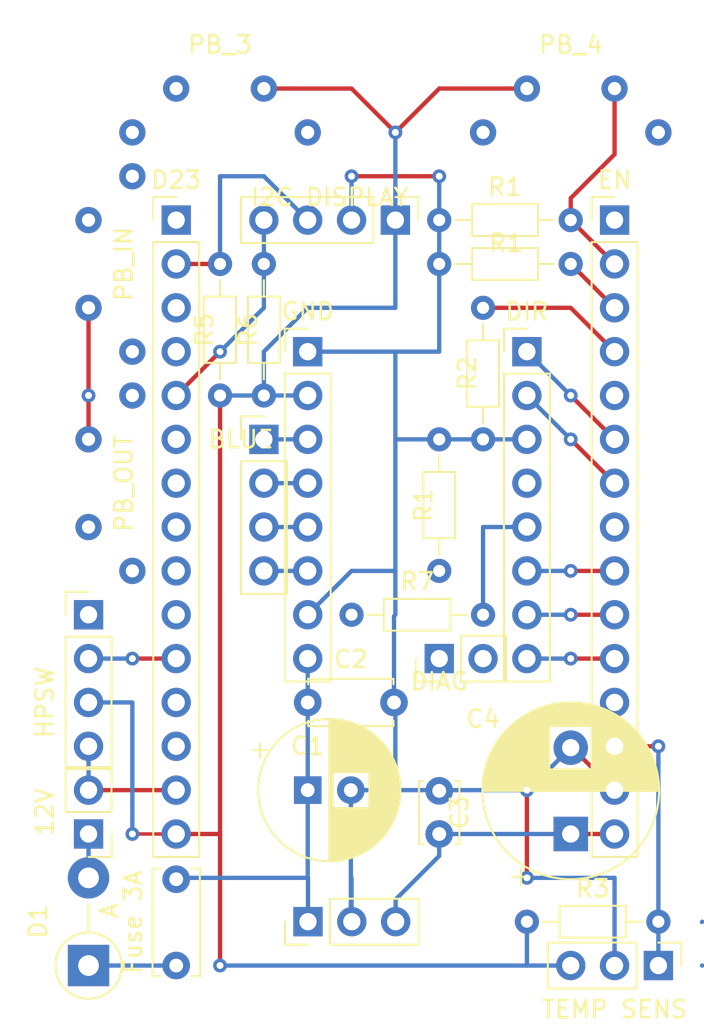
<source format=kicad_pcb>
(kicad_pcb (version 20211014) (generator pcbnew)
  (layers (0 "F.Cu" signal) (31 "B.Cu" signal) (34 "B.Paste" user) (35 "F.Paste" user) (36 "B.SilkS" user "B.Silkscreen") (37 "F.SilkS" user "F.Silkscreen") (38 "B.Mask" user) (39 "F.Mask" user) (44 "Edge.Cuts" user))
  (net 0 "")
  (footprint "Connector_PinHeader_2.54mm:PinHeader_1x04_P2.54mm_Vertical" (layer "F.Cu") (at 106.68 63.5)
    (fp_text reference "BLUE" (at -1.33 0) (layer "F.SilkS"))
    (fp_text value "M")
    (pad "1" thru_hole rect locked (at 0 0) (size 1.7 1.7) (drill 1) (layers *.Cu *.Mask))
    (pad "2" thru_hole oval locked (at 0 2.54) (size 1.7 1.7) (drill 1) (layers *.Cu *.Mask))
    (pad "3" thru_hole oval locked (at 0 5.08) (size 1.7 1.7) (drill 1) (layers *.Cu *.Mask))
    (pad "4" thru_hole oval locked (at 0 7.62) (size 1.7 1.7) (drill 1) (layers *.Cu *.Mask))
  )
  (footprint "Button_Switch_THT:PushButton Angled" (layer "F.Cu") (at 104.14 45.72)
    (fp_text reference "PB_3" (at 0 -5.08 unlocked) (layer "F.SilkS"))
    (fp_text value "")
    (pad "1" thru_hole circle (at -2.54 -2.54) (size 1.524 1.524) (drill 0.762) (layers *.Cu *.Mask))
    (pad "2" thru_hole circle (at 2.54 -2.54) (size 1.524 1.524) (drill 0.762) (layers *.Cu *.Mask))
    (pad "3" thru_hole circle (at -5.08 0) (size 1.524 1.524) (drill 0.762) (layers *.Cu *.Mask))
    (pad "4" thru_hole circle (at 5.08 0) (size 1.524 1.524) (drill 0.762) (layers *.Cu *.Mask))
  )
  (footprint "Capacitor_THT:C_Disc_D3.4mm_W2.1mm_P2.50mm" (layer "F.Cu") (at 116.84 86.36 90)
    (fp_text reference "C3" (at 1.25 1.17 90) (layer "F.SilkS"))
    (fp_text value "")
    (pad "1" thru_hole circle locked (at 0 0 90) (size 1.6 1.6) (drill 0.8) (layers *.Cu *.Mask))
    (pad "2" thru_hole circle locked (at 2.5 0 90) (size 1.6 1.6) (drill 0.8) (layers *.Cu *.Mask))
  )
  (footprint "Connector_PinHeader_2.54mm:PinHeader_1x03_P2.54mm_Vertical" (layer "F.Cu") (at 109.235 91.44 90)
    (fp_text reference "" (at 0 -2.33 90) (layer "F.SilkS"))
    (fp_text value "7808")
    (pad "1" thru_hole rect locked (at 0 0 90) (size 1.7 1.7) (drill 1) (layers *.Cu *.Mask))
    (pad "2" thru_hole oval locked (at 0 2.54 90) (size 1.7 1.7) (drill 1) (layers *.Cu *.Mask))
    (pad "3" thru_hole oval locked (at 0 5.08 90) (size 1.7 1.7) (drill 1) (layers *.Cu *.Mask))
  )
  (footprint "Capacitor_THT:CP_Radial_D10.0mm_P5.00mm" (layer "F.Cu") (at 124.46 86.36 90)
    (fp_text reference "C4" (at 6.661 -5.08) (layer "F.SilkS"))
    (fp_text value "")
    (pad "1" thru_hole rect locked (at 0 0 90) (size 2 2) (drill 1) (layers *.Cu *.Mask))
    (pad "2" thru_hole circle locked (at 5 0 90) (size 2 2) (drill 1) (layers *.Cu *.Mask))
  )
  (footprint "Resistor_THT:R_Axial_DIN0204_L3.6mm_D1.6mm_P7.62mm_Horizontal" (layer "F.Cu") (at 119.38 63.5 90)
    (fp_text reference "R2" (at 3.81 -0.92 90) (layer "F.SilkS"))
    (fp_text value "")
    (pad "1" thru_hole circle locked (at 0 0 90) (size 1.4 1.4) (drill 0.7) (layers *.Cu *.Mask))
    (pad "2" thru_hole oval locked (at 7.62 0 90) (size 1.4 1.4) (drill 0.7) (layers *.Cu *.Mask))
  )
  (footprint "Resistor_THT:R_Axial_DIN0204_L3.6mm_D1.6mm_P7.62mm_Horizontal" (layer "F.Cu") (at 104.14 60.96 90)
    (fp_text reference "R5" (at 3.81 -0.92 90) (layer "F.SilkS"))
    (fp_text value "")
    (pad "1" thru_hole circle locked (at 0 0 90) (size 1.4 1.4) (drill 0.7) (layers *.Cu *.Mask))
    (pad "2" thru_hole oval locked (at 7.62 0 90) (size 1.4 1.4) (drill 0.7) (layers *.Cu *.Mask))
  )
  (footprint "Diode_THT:D_DO-15_P5.08mm_Vertical_AnodeUp" (layer "F.Cu") (at 96.52 93.98 90)
    (fp_text reference "D1" (at 2.54 -2.92 90) (layer "F.SilkS"))
    (fp_text value "")
    (fp_text user "A" (at 3.18 1.2 90) (layer "F.SilkS"))
    (pad "1" thru_hole rect locked (at 0 0 90) (size 2.4 2.4) (drill 1.2) (layers *.Cu *.Mask))
    (pad "2" thru_hole oval locked (at 5.08 0 90) (size 2.4 2.4) (drill 1.2) (layers *.Cu *.Mask))
  )
  (footprint "Connector_PinHeader_2.54mm:PinHeader_1x04_P2.54mm_Vertical" (layer "F.Cu") (at 96.52 73.66)
    (fp_text reference "HPSW" (at -2.54 5.08 90) (layer "F.SilkS"))
    (fp_text value "")
    (pad "1" thru_hole rect locked (at 0 0) (size 1.7 1.7) (drill 1) (layers *.Cu *.Mask))
    (pad "2" thru_hole oval locked (at 0 2.54) (size 1.7 1.7) (drill 1) (layers *.Cu *.Mask))
    (pad "3" thru_hole oval locked (at 0 5.08) (size 1.7 1.7) (drill 1) (layers *.Cu *.Mask))
    (pad "4" thru_hole oval locked (at 0 7.62) (size 1.7 1.7) (drill 1) (layers *.Cu *.Mask))
  )
  (footprint "Connector_PinHeader_2.54mm:PinHeader_1x02_P2.54mm_Vertical" (layer "F.Cu") (at 96.52 86.36 180)
    (fp_text reference "12V" (at 2.54 1.27 90) (layer "F.SilkS"))
    (fp_text value "")
    (pad "1" thru_hole rect locked (at 0 0 180) (size 1.7 1.7) (drill 1) (layers *.Cu *.Mask))
    (pad "2" thru_hole oval locked (at 0 2.54 180) (size 1.7 1.7) (drill 1) (layers *.Cu *.Mask))
  )
  (footprint "Resistor_THT:R_Axial_DIN0204_L3.6mm_D1.6mm_P7.62mm_Horizontal" (layer "F.Cu") (at 116.84 50.8)
    (fp_text reference "R1" (at 3.81 -1.92) (layer "F.SilkS"))
    (fp_text value "")
    (pad "1" thru_hole circle locked (at 0 0) (size 1.4 1.4) (drill 0.7) (layers *.Cu *.Mask))
    (pad "2" thru_hole oval locked (at 7.62 0) (size 1.4 1.4) (drill 0.7) (layers *.Cu *.Mask))
  )
  (footprint "Resistor_THT:R_Axial_DIN0204_L3.6mm_D1.6mm_P7.62mm_Horizontal" (layer "F.Cu") (at 116.84 53.34)
    (fp_text reference "R1" (at 3.87 -1.21) (layer "F.SilkS"))
    (fp_text value "")
    (pad "1" thru_hole circle locked (at 0 0) (size 1.4 1.4) (drill 0.7) (layers *.Cu *.Mask))
    (pad "2" thru_hole oval locked (at 7.62 0) (size 1.4 1.4) (drill 0.7) (layers *.Cu *.Mask))
  )
  (footprint "Resistor_THT:R_Axial_DIN0204_L3.6mm_D1.6mm_P7.62mm_Horizontal" (layer "F.Cu") (at 121.92 91.44)
    (fp_text reference "R3" (at 3.81 -1.92) (layer "F.SilkS"))
    (fp_text value "")
    (pad "1" thru_hole circle locked (at 0 0) (size 1.4 1.4) (drill 0.7) (layers *.Cu *.Mask))
    (pad "2" thru_hole oval locked (at 7.62 0) (size 1.4 1.4) (drill 0.7) (layers *.Cu *.Mask))
  )
  (footprint "Resistor_THT:R_Axial_DIN0204_L3.6mm_D1.6mm_P7.62mm_Horizontal" (layer "F.Cu") (at 116.84 63.5 -90)
    (fp_text reference "R1" (at 3.81 0.92 90) (layer "F.SilkS"))
    (fp_text value "")
    (pad "1" thru_hole circle locked (at 0 0 270) (size 1.4 1.4) (drill 0.7) (layers *.Cu *.Mask))
    (pad "2" thru_hole oval locked (at 7.62 0 270) (size 1.4 1.4) (drill 0.7) (layers *.Cu *.Mask))
  )
  (footprint "Connector_PinHeader_2.54mm:PinHeader_1x04_P2.54mm_Vertical" (layer "F.Cu") (at 114.3 50.8 -90)
    (fp_text reference "I2C DISPLAY" (at -1.33 3.81) (layer "F.SilkS"))
    (fp_text value "")
    (pad "1" thru_hole rect locked (at 0 0 270) (size 1.7 1.7) (drill 1) (layers *.Cu *.Mask))
    (pad "2" thru_hole oval locked (at 0 2.54 270) (size 1.7 1.7) (drill 1) (layers *.Cu *.Mask))
    (pad "3" thru_hole oval locked (at 0 5.08 270) (size 1.7 1.7) (drill 1) (layers *.Cu *.Mask))
    (pad "4" thru_hole oval locked (at 0 7.62 270) (size 1.7 1.7) (drill 1) (layers *.Cu *.Mask))
  )
  (footprint "Capacitor_THT:CP_Radial_D8.0mm_P2.50mm" (layer "F.Cu") (at 109.22 83.82)
    (fp_text reference "C1" (at 0 -2.557) (layer "F.SilkS"))
    (fp_text value "")
    (pad "1" thru_hole rect locked (at 0 0) (size 1.6 1.6) (drill 0.8) (layers *.Cu *.Mask))
    (pad "2" thru_hole circle locked (at 2.5 0) (size 1.6 1.6) (drill 0.8) (layers *.Cu *.Mask))
  )
  (footprint "Connector_PinHeader_2.54mm:PinHeader_1x03_P2.54mm_Vertical" (layer "F.Cu") (at 129.54 93.98 -90)
    (fp_text reference "TEMP SENS" (at 2.54 2.54) (layer "F.SilkS"))
    (fp_text value "")
    (pad "1" thru_hole rect locked (at 0 0 270) (size 1.7 1.7) (drill 1) (layers *.Cu *.Mask))
    (pad "2" thru_hole oval locked (at 0 2.54 270) (size 1.7 1.7) (drill 1) (layers *.Cu *.Mask))
    (pad "3" thru_hole oval locked (at 0 5.08 270) (size 1.7 1.7) (drill 1) (layers *.Cu *.Mask))
  )
  (footprint "Connector_PinHeader_2.54mm:PinHeader_1x08_P2.54mm_Vertical" (layer "F.Cu") (at 121.92 58.42)
    (fp_text reference "DIR" (at 0 -2.33) (layer "F.SilkS"))
    (fp_text value "TMC2209")
    (pad "1" thru_hole rect locked (at 0 0) (size 1.7 1.7) (drill 1) (layers *.Cu *.Mask))
    (pad "2" thru_hole oval locked (at 0 2.54) (size 1.7 1.7) (drill 1) (layers *.Cu *.Mask))
    (pad "3" thru_hole oval locked (at 0 5.08) (size 1.7 1.7) (drill 1) (layers *.Cu *.Mask))
    (pad "4" thru_hole oval locked (at 0 7.62) (size 1.7 1.7) (drill 1) (layers *.Cu *.Mask))
    (pad "5" thru_hole oval locked (at 0 10.16) (size 1.7 1.7) (drill 1) (layers *.Cu *.Mask))
    (pad "6" thru_hole oval locked (at 0 12.7) (size 1.7 1.7) (drill 1) (layers *.Cu *.Mask))
    (pad "7" thru_hole oval locked (at 0 15.24) (size 1.7 1.7) (drill 1) (layers *.Cu *.Mask))
    (pad "8" thru_hole oval locked (at 0 17.78) (size 1.7 1.7) (drill 1) (layers *.Cu *.Mask))
  )
  (footprint "Button_Switch_THT:PushButton Angled" (layer "F.Cu") (at 124.46 45.72)
    (fp_text reference "PB_4" (at 0 -5.08 unlocked) (layer "F.SilkS"))
    (fp_text value "")
    (pad "1" thru_hole circle (at -2.54 -2.54) (size 1.524 1.524) (drill 0.762) (layers *.Cu *.Mask))
    (pad "2" thru_hole circle (at 2.54 -2.54) (size 1.524 1.524) (drill 0.762) (layers *.Cu *.Mask))
    (pad "3" thru_hole circle (at -5.08 0) (size 1.524 1.524) (drill 0.762) (layers *.Cu *.Mask))
    (pad "4" thru_hole circle (at 5.08 0) (size 1.524 1.524) (drill 0.762) (layers *.Cu *.Mask))
  )
  (footprint "Connector_PinHeader_2.54mm:PinHeader_1x08_P2.54mm_Vertical" (layer "F.Cu") (at 109.22 58.42)
    (fp_text reference "GND" (at 0 -2.33) (layer "F.SilkS"))
    (fp_text value "TMC2209")
    (pad "1" thru_hole rect locked (at 0 0) (size 1.7 1.7) (drill 1) (layers *.Cu *.Mask))
    (pad "2" thru_hole oval locked (at 0 2.54) (size 1.7 1.7) (drill 1) (layers *.Cu *.Mask))
    (pad "3" thru_hole oval locked (at 0 5.08) (size 1.7 1.7) (drill 1) (layers *.Cu *.Mask))
    (pad "4" thru_hole oval locked (at 0 7.62) (size 1.7 1.7) (drill 1) (layers *.Cu *.Mask))
    (pad "5" thru_hole oval locked (at 0 10.16) (size 1.7 1.7) (drill 1) (layers *.Cu *.Mask))
    (pad "6" thru_hole oval locked (at 0 12.7) (size 1.7 1.7) (drill 1) (layers *.Cu *.Mask))
    (pad "7" thru_hole oval locked (at 0 15.24) (size 1.7 1.7) (drill 1) (layers *.Cu *.Mask))
    (pad "8" thru_hole oval locked (at 0 17.78) (size 1.7 1.7) (drill 1) (layers *.Cu *.Mask))
  )
  (footprint "Capacitor_THT:C_Disc_D6.0mm_W2.5mm_P5.00mm" (layer "F.Cu") (at 101.6 93.98 90)
    (fp_text reference "Fuse 3A" (at 2.5 -2.5 90) (layer "F.SilkS"))
    (fp_text value "")
    (pad "1" thru_hole circle locked (at 0 0 90) (size 1.6 1.6) (drill 0.8) (layers *.Cu *.Mask))
    (pad "2" thru_hole circle locked (at 5 0 90) (size 1.6 1.6) (drill 0.8) (layers *.Cu *.Mask))
  )
  (footprint "Resistor_THT:R_Axial_DIN0204_L3.6mm_D1.6mm_P7.62mm_Horizontal" (layer "F.Cu") (at 106.68 60.96 90)
    (fp_text reference "R6" (at 3.81 -0.92 90) (layer "F.SilkS"))
    (fp_text value "")
    (pad "1" thru_hole circle locked (at 0 0 90) (size 1.4 1.4) (drill 0.7) (layers *.Cu *.Mask))
    (pad "2" thru_hole oval locked (at 7.62 0 90) (size 1.4 1.4) (drill 0.7) (layers *.Cu *.Mask))
  )
  (footprint "Resistor_THT:R_Axial_DIN0204_L3.6mm_D1.6mm_P7.62mm_Horizontal" (layer "F.Cu") (at 111.76 73.66)
    (fp_text reference "R7" (at 3.81 -1.92) (layer "F.SilkS"))
    (fp_text value "")
    (pad "1" thru_hole circle locked (at 0 0) (size 1.4 1.4) (drill 0.7) (layers *.Cu *.Mask))
    (pad "2" thru_hole oval locked (at 7.62 0) (size 1.4 1.4) (drill 0.7) (layers *.Cu *.Mask))
  )
  (footprint "Connector_PinHeader_2.54mm:PinHeader_1x15_P2.54mm_Vertical" (layer "F.Cu") (at 101.6 50.8)
    (fp_text reference "D23" (at 0 -2.33) (layer "F.SilkS"))
    (fp_text value "ESP32")
    (pad "1" thru_hole rect locked (at 0 0) (size 1.7 1.7) (drill 1) (layers *.Cu *.Mask))
    (pad "2" thru_hole oval locked (at 0 2.54) (size 1.7 1.7) (drill 1) (layers *.Cu *.Mask))
    (pad "3" thru_hole oval locked (at 0 5.08) (size 1.7 1.7) (drill 1) (layers *.Cu *.Mask))
    (pad "4" thru_hole oval locked (at 0 7.62) (size 1.7 1.7) (drill 1) (layers *.Cu *.Mask))
    (pad "5" thru_hole oval locked (at 0 10.16) (size 1.7 1.7) (drill 1) (layers *.Cu *.Mask))
    (pad "6" thru_hole oval locked (at 0 12.7) (size 1.7 1.7) (drill 1) (layers *.Cu *.Mask))
    (pad "7" thru_hole oval locked (at 0 15.24) (size 1.7 1.7) (drill 1) (layers *.Cu *.Mask))
    (pad "8" thru_hole oval locked (at 0 17.78) (size 1.7 1.7) (drill 1) (layers *.Cu *.Mask))
    (pad "9" thru_hole oval locked (at 0 20.32) (size 1.7 1.7) (drill 1) (layers *.Cu *.Mask))
    (pad "10" thru_hole oval locked (at 0 22.86) (size 1.7 1.7) (drill 1) (layers *.Cu *.Mask))
    (pad "11" thru_hole oval locked (at 0 25.4) (size 1.7 1.7) (drill 1) (layers *.Cu *.Mask))
    (pad "12" thru_hole oval locked (at 0 27.94) (size 1.7 1.7) (drill 1) (layers *.Cu *.Mask))
    (pad "13" thru_hole oval locked (at 0 30.48) (size 1.7 1.7) (drill 1) (layers *.Cu *.Mask))
    (pad "14" thru_hole oval locked (at 0 33.02) (size 1.7 1.7) (drill 1) (layers *.Cu *.Mask))
    (pad "15" thru_hole oval locked (at 0 35.56) (size 1.7 1.7) (drill 1) (layers *.Cu *.Mask))
  )
  (footprint "Capacitor_THT:C_Disc_D4.7mm_W2.5mm_P5.00mm" (layer "F.Cu") (at 109.22 78.74)
    (fp_text reference "C2" (at 2.5 -2.5) (layer "F.SilkS"))
    (fp_text value "")
    (pad "1" thru_hole circle locked (at 0 0) (size 1.6 1.6) (drill 0.8) (layers *.Cu *.Mask))
    (pad "2" thru_hole circle locked (at 5 0) (size 1.6 1.6) (drill 0.8) (layers *.Cu *.Mask))
  )
  (footprint "Connector_PinHeader_2.54mm:PinHeader_1x15_P2.54mm_Vertical" (layer "F.Cu") (at 127 50.8)
    (fp_text reference "EN" (at 0 -2.33) (layer "F.SilkS"))
    (fp_text value "ESP32")
    (pad "1" thru_hole rect locked (at 0 0) (size 1.7 1.7) (drill 1) (layers *.Cu *.Mask))
    (pad "2" thru_hole oval locked (at 0 2.54) (size 1.7 1.7) (drill 1) (layers *.Cu *.Mask))
    (pad "3" thru_hole oval locked (at 0 5.08) (size 1.7 1.7) (drill 1) (layers *.Cu *.Mask))
    (pad "4" thru_hole oval locked (at 0 7.62) (size 1.7 1.7) (drill 1) (layers *.Cu *.Mask))
    (pad "5" thru_hole oval locked (at 0 10.16) (size 1.7 1.7) (drill 1) (layers *.Cu *.Mask))
    (pad "6" thru_hole oval locked (at 0 12.7) (size 1.7 1.7) (drill 1) (layers *.Cu *.Mask))
    (pad "7" thru_hole oval locked (at 0 15.24) (size 1.7 1.7) (drill 1) (layers *.Cu *.Mask))
    (pad "8" thru_hole oval locked (at 0 17.78) (size 1.7 1.7) (drill 1) (layers *.Cu *.Mask))
    (pad "9" thru_hole oval locked (at 0 20.32) (size 1.7 1.7) (drill 1) (layers *.Cu *.Mask))
    (pad "10" thru_hole oval locked (at 0 22.86) (size 1.7 1.7) (drill 1) (layers *.Cu *.Mask))
    (pad "11" thru_hole oval locked (at 0 25.4) (size 1.7 1.7) (drill 1) (layers *.Cu *.Mask))
    (pad "12" thru_hole oval locked (at 0 27.94) (size 1.7 1.7) (drill 1) (layers *.Cu *.Mask))
    (pad "13" thru_hole oval locked (at 0 30.48) (size 1.7 1.7) (drill 1) (layers *.Cu *.Mask))
    (pad "14" thru_hole oval locked (at 0 33.02) (size 1.7 1.7) (drill 1) (layers *.Cu *.Mask))
    (pad "15" thru_hole oval locked (at 0 35.56) (size 1.7 1.7) (drill 1) (layers *.Cu *.Mask))
  )
  (footprint "Connector_PinHeader_2.54mm:PinHeader_1x02_P2.54mm_Vertical" (layer "F.Cu") (at 116.84 76.2 90)
    (fp_text reference "DIAG" (at -1.33 0) (layer "F.SilkS"))
    (fp_text value "")
    (pad "1" thru_hole rect locked (at 0 0 90) (size 1.7 1.7) (drill 1) (layers *.Cu *.Mask))
    (pad "2" thru_hole oval locked (at 0 2.54 90) (size 1.7 1.7) (drill 1) (layers *.Cu *.Mask))
  )
  (footprint "Button_Switch_THT:PushButton Angled" (layer "B.Cu") (at 99.06 53.34 -90)
    (fp_text reference "PB_IN" (at 0 0.5 -270 unlocked) (layer "F.SilkS"))
    (fp_text value "")
    (pad "1" thru_hole circle (at -2.54 2.54 270) (size 1.524 1.524) (drill 0.762) (layers *.Cu *.Mask))
    (pad "2" thru_hole circle (at 2.54 2.54 270) (size 1.524 1.524) (drill 0.762) (layers *.Cu *.Mask))
    (pad "3" thru_hole circle (at -5.08 0 270) (size 1.524 1.524) (drill 0.762) (layers *.Cu *.Mask))
    (pad "4" thru_hole circle (at 5.08 0 270) (size 1.524 1.524) (drill 0.762) (layers *.Cu *.Mask))
  )
  (footprint "Button_Switch_THT:PushButton Angled" (layer "B.Cu") (at 99.06 66.04 -90)
    (fp_text reference "PB_OUT" (at 0 0.5 -270 unlocked) (layer "F.SilkS"))
    (fp_text value "")
    (pad "1" thru_hole circle (at -2.54 2.54 270) (size 1.524 1.524) (drill 0.762) (layers *.Cu *.Mask))
    (pad "2" thru_hole circle (at 2.54 2.54 270) (size 1.524 1.524) (drill 0.762) (layers *.Cu *.Mask))
    (pad "3" thru_hole circle (at -5.08 0 270) (size 1.524 1.524) (drill 0.762) (layers *.Cu *.Mask))
    (pad "4" thru_hole circle (at 5.08 0 270) (size 1.524 1.524) (drill 0.762) (layers *.Cu *.Mask))
  )
  (segment (start 127 81.28) (end 129.54 81.28) (width 0.25) (layer "F.Cu") (net 0))
  (segment (start 127 83.82) (end 124.54 81.36) (width 0.25) (layer "F.Cu") (net 0))
  (segment (start 101.6 86.36) (end 104.14 86.36) (width 0.25) (layer "F.Cu") (net 0))
  (segment (start 127 71.12) (end 124.46 71.12) (width 0.25) (layer "F.Cu") (net 0))
  (segment (start 101.6 76.2) (end 99.06 76.2) (width 0.25) (layer "F.Cu") (net 0))
  (segment (start 96.52 55.88) (end 96.52 60.96) (width 0.25) (layer "F.Cu") (net 0))
  (segment (start 124.54 81.36) (end 124.46 81.36) (width 0.25) (layer "F.Cu") (net 0))
  (segment (start 124.46 86.36) (end 127 86.36) (width 0.25) (layer "F.Cu") (net 0))
  (segment (start 114.3 45.72) (end 116.84 43.18) (width 0.25) (layer "F.Cu") (net 0))
  (segment (start 101.6 60.96) (end 104.14 58.42) (width 0.25) (layer "F.Cu") (net 0))
  (segment (start 114.3 45.72) (end 111.76 43.18) (width 0.25) (layer "F.Cu") (net 0))
  (segment (start 121.92 83.82) (end 122 83.82) (width 0.25) (layer "F.Cu") (net 0))
  (segment (start 116.84 43.18) (end 121.92 43.18) (width 0.25) (layer "F.Cu") (net 0))
  (segment (start 101.6 53.34) (end 104.14 53.34) (width 0.25) (layer "F.Cu") (net 0))
  (segment (start 127 55.88) (end 124.46 53.34) (width 0.25) (layer "F.Cu") (net 0))
  (segment (start 121.92 83.82) (end 121.92 88.9) (width 0.25) (layer "F.Cu") (net 0))
  (segment (start 101.6 83.82) (end 96.52 83.82) (width 0.25) (layer "F.Cu") (net 0))
  (segment (start 111.76 43.18) (end 106.68 43.18) (width 0.25) (layer "F.Cu") (net 0))
  (segment (start 124.46 49.53) (end 127 46.99) (width 0.25) (layer "F.Cu") (net 0))
  (segment (start 127 58.42) (end 124.46 55.88) (width 0.25) (layer "F.Cu") (net 0))
  (segment (start 127 63.5) (end 124.46 60.96) (width 0.25) (layer "F.Cu") (net 0))
  (segment (start 127 46.99) (end 127 43.18) (width 0.25) (layer "F.Cu") (net 0))
  (segment (start 127 73.66) (end 124.46 73.66) (width 0.25) (layer "F.Cu") (net 0))
  (segment (start 104.14 60.96) (end 104.14 86.36) (width 0.25) (layer "F.Cu") (net 0))
  (segment (start 127 53.34) (end 124.46 50.8) (width 0.25) (layer "F.Cu") (net 0))
  (segment (start 127 66.04) (end 124.46 63.5) (width 0.25) (layer "F.Cu") (net 0))
  (segment (start 104.14 86.36) (end 104.14 93.98) (width 0.25) (layer "F.Cu") (net 0))
  (segment (start 116.84 48.26) (end 111.76 48.26) (width 0.25) (layer "F.Cu") (net 0))
  (segment (start 96.52 60.96) (end 96.52 63.5) (width 0.25) (layer "F.Cu") (net 0))
  (segment (start 124.46 55.88) (end 119.38 55.88) (width 0.25) (layer "F.Cu") (net 0))
  (segment (start 114.3 78.82) (end 114.22 78.74) (width 0.25) (layer "F.Cu") (net 0))
  (segment (start 127 76.2) (end 124.46 76.2) (width 0.25) (layer "F.Cu") (net 0))
  (segment (start 124.46 50.8) (end 124.46 49.53) (width 0.25) (layer "F.Cu") (net 0))
  (segment (start 99.06 86.36) (end 101.6 86.36) (width 0.2) (layer "F.Cu") (net 0))
  (via (at 129.54 81.28) (size 0.8) (drill 0.4) (layers "F.Cu" "B.Cu") (net 0))
  (via (at 111.76 83.82) (size 0.8) (drill 0.4) (layers "F.Cu" "B.Cu") (net 0))
  (via (at 96.52 60.96) (size 0.8) (drill 0.4) (layers "F.Cu" "B.Cu") (net 0))
  (via (at 99.06 76.2) (size 0.8) (drill 0.4) (layers "F.Cu" "B.Cu") (net 0))
  (via (at 114.3 45.72) (size 0.8) (drill 0.4) (layers "F.Cu" "B.Cu") (net 0))
  (via (at 124.46 71.12) (size 0.8) (drill 0.4) (layers "F.Cu" "B.Cu") (net 0))
  (via (at 116.84 48.26) (size 0.8) (drill 0.4) (layers "F.Cu" "B.Cu") (net 0))
  (via (at 124.46 76.2) (size 0.8) (drill 0.4) (layers "F.Cu" "B.Cu") (net 0))
  (via (at 104.14 58.42) (size 0.8) (drill 0.4) (layers "F.Cu" "B.Cu") (net 0))
  (via (at 99.06 86.36) (size 0.8) (drill 0.4) (layers "F.Cu" "B.Cu") (net 0))
  (via (at 111.76 48.26) (size 0.8) (drill 0.4) (layers "F.Cu" "B.Cu") (net 0))
  (via (at 121.92 83.82) (size 0.8) (drill 0.4) (layers "F.Cu" "B.Cu") (net 0))
  (via (at 124.46 60.96) (size 0.8) (drill 0.4) (layers "F.Cu" "B.Cu") (net 0))
  (via (at 114.3 45.72) (size 0.8) (drill 0.4) (layers "F.Cu" "B.Cu") (net 0))
  (via (at 104.14 93.98) (size 0.8) (drill 0.4) (layers "F.Cu" "B.Cu") (net 0))
  (via (at 124.46 73.66) (size 0.8) (drill 0.4) (layers "F.Cu" "B.Cu") (net 0))
  (via (at 124.46 63.5) (size 0.8) (drill 0.4) (layers "F.Cu" "B.Cu") (net 0))
  (via (at 121.92 88.9) (size 0.8) (drill 0.4) (layers "F.Cu" "B.Cu") (net 0))
  (segment (start 99.06 78.74) (end 99.06 86.36) (width 0.25) (layer "B.Cu") (net 0))
  (segment (start 111.76 48.26) (end 111.76 50.8) (width 0.25) (layer "B.Cu") (net 0))
  (segment (start 124.46 73.66) (end 121.92 73.66) (width 0.25) (layer "B.Cu") (net 0))
  (segment (start 109.235 88.915) (end 109.22 88.9) (width 0.25) (layer "B.Cu") (net 0))
  (segment (start 116.84 87.63) (end 114.315 90.155) (width 0.25) (layer "B.Cu") (net 0))
  (segment (start 127 88.9) (end 127 93.98) (width 0.25) (layer "B.Cu") (net 0))
  (segment (start 116.84 86.36) (end 124.46 86.36) (width 0.25) (layer "B.Cu") (net 0))
  (segment (start 114.3 83.82) (end 114.3 78.82) (width 0.25) (layer "B.Cu") (net 0))
  (segment (start 106.68 48.26) (end 109.22 50.8) (width 0.25) (layer "B.Cu") (net 0))
  (segment (start 111.72 83.82) (end 111.72 91.385) (width 0.25) (layer "B.Cu") (net 0))
  (segment (start 122 83.82) (end 124.46 81.36) (width 0.25) (layer "B.Cu") (net 0))
  (segment (start 114.3 83.82) (end 111.76 83.82) (width 0.25) (layer "B.Cu") (net 0))
  (segment (start 109.22 73.66) (end 111.76 71.12) (width 0.25) (layer "B.Cu") (net 0))
  (segment (start 116.84 50.8) (end 116.84 48.26) (width 0.25) (layer "B.Cu") (net 0))
  (segment (start 96.52 93.98) (end 101.6 93.98) (width 0.25) (layer "B.Cu") (net 0))
  (segment (start 119.38 73.66) (end 119.38 68.58) (width 0.25) (layer "B.Cu") (net 0))
  (segment (start 114.3 83.82) (end 114.315 83.835) (width 0.25) (layer "B.Cu") (net 0))
  (segment (start 126.985 93.965) (end 126.985 93.98) (width 0.25) (layer "B.Cu") (net 0))
  (segment (start 104.14 60.96) (end 109.22 60.96) (width 0.25) (layer "B.Cu") (net 0))
  (segment (start 99.06 78.74) (end 96.52 78.74) (width 0.25) (layer "B.Cu") (net 0))
  (segment (start 114.3 55.88) (end 114.3 50.8) (width 0.25) (layer "B.Cu") (net 0))
  (segment (start 121.92 93.98) (end 124.46 93.98) (width 0.25) (layer "B.Cu") (net 0))
  (segment (start 114.3 73.66) (end 114.3 71.12) (width 0.25) (layer "B.Cu") (net 0))
  (segment (start 109.22 71.12) (end 106.68 71.12) (width 0.25) (layer "B.Cu") (net 0))
  (segment (start 109.22 88.9) (end 101.68 88.9) (width 0.25) (layer "B.Cu") (net 0))
  (segment (start 114.315 90.155) (end 114.315 91.44) (width 0.25) (layer "B.Cu") (net 0))
  (segment (start 106.68 53.34) (end 106.68 50.8) (width 0.25) (layer "B.Cu") (net 0))
  (segment (start 96.52 86.36) (end 96.52 88.9) (width 0.25) (layer "B.Cu") (net 0))
  (segment (start 119.38 68.58) (end 121.92 68.58) (width 0.25) (layer "B.Cu") (net 0))
  (segment (start 116.84 86.36) (end 116.84 87.63) (width 0.25) (layer "B.Cu") (net 0))
  (segment (start 132.065 93.98) (end 132.08 93.98) (width 0.25) (layer "B.Cu") (net 0))
  (segment (start 124.46 63.5) (end 121.92 60.96) (width 0.25) (layer "B.Cu") (net 0))
  (segment (start 121.92 83.82) (end 114.3 83.82) (width 0.25) (layer "B.Cu") (net 0))
  (segment (start 109.22 55.88) (end 114.3 55.88) (width 0.25) (layer "B.Cu") (net 0))
  (segment (start 129.54 81.28) (end 129.54 93.98) (width 0.25) (layer "B.Cu") (net 0))
  (segment (start 104.14 53.34) (end 104.14 48.26) (width 0.25) (layer "B.Cu") (net 0))
  (segment (start 109.22 76.2) (end 109.22 88.9) (width 0.25) (layer "B.Cu") (net 0))
  (segment (start 106.68 58.42) (end 109.22 55.88) (width 0.25) (layer "B.Cu") (net 0))
  (segment (start 114.3 58.42) (end 109.22 58.42) (width 0.25) (layer "B.Cu") (net 0))
  (segment (start 96.52 81.28) (end 96.52 83.82) (width 0.25) (layer "B.Cu") (net 0))
  (segment (start 124.46 60.96) (end 121.92 58.42) (width 0.25) (layer "B.Cu") (net 0))
  (segment (start 116.84 58.42) (end 114.3 58.42) (width 0.25) (layer "B.Cu") (net 0))
  (segment (start 104.14 93.98) (end 121.92 93.98) (width 0.25) (layer "B.Cu") (net 0))
  (segment (start 104.14 58.42) (end 106.68 55.88) (width 0.25) (layer "B.Cu") (net 0))
  (segment (start 114.22 73.74) (end 114.22 78.74) (width 0.25) (layer "B.Cu") (net 0))
  (segment (start 121.92 91.44) (end 121.92 93.98) (width 0.25) (layer "B.Cu") (net 0))
  (segment (start 109.22 63.5) (end 106.68 63.5) (width 0.25) (layer "B.Cu") (net 0))
  (segment (start 124.46 71.12) (end 121.92 71.12) (width 0.25) (layer "B.Cu") (net 0))
  (segment (start 104.14 48.26) (end 106.68 48.26) (width 0.25) (layer "B.Cu") (net 0))
  (segment (start 111.76 91.425) (end 111.76 88.9) (width 0.25) (layer "B.Cu") (net 0))
  (segment (start 116.84 50.8) (end 116.84 58.42) (width 0.25) (layer "B.Cu") (net 0))
  (segment (start 109.22 66.04) (end 106.68 66.04) (width 0.25) (layer "B.Cu") (net 0))
  (segment (start 114.3 71.12) (end 114.3 63.5) (width 0.25) (layer "B.Cu") (net 0))
  (segment (start 109.22 68.58) (end 106.68 68.58) (width 0.25) (layer "B.Cu") (net 0))
  (segment (start 109.235 91.44) (end 109.235 88.915) (width 0.25) (layer "B.Cu") (net 0))
  (segment (start 111.72 91.385) (end 111.76 91.425) (width 0.25) (layer "B.Cu") (net 0))
  (segment (start 106.68 60.96) (end 106.68 58.42) (width 0.25) (layer "B.Cu") (net 0))
  (segment (start 111.76 71.12) (end 114.3 71.12) (width 0.25) (layer "B.Cu") (net 0))
  (segment (start 121.92 63.5) (end 114.3 63.5) (width 0.25) (layer "B.Cu") (net 0))
  (segment (start 124.46 76.2) (end 121.92 76.2) (width 0.25) (layer "B.Cu") (net 0))
  (segment (start 106.68 55.88) (end 106.68 53.34) (width 0.25) (layer "B.Cu") (net 0))
  (segment (start 121.92 88.9) (end 127 88.9) (width 0.25) (layer "B.Cu") (net 0))
  (segment (start 114.3 63.5) (end 114.3 58.42) (width 0.25) (layer "B.Cu") (net 0))
  (segment (start 132.08 91.44) (end 132.065 91.455) (width 0.25) (layer "B.Cu") (net 0))
  (segment (start 101.68 88.9) (end 101.6 88.98) (width 0.25) (layer "B.Cu") (net 0))
  (segment (start 96.52 76.2) (end 99.06 76.2) (width 0.25) (layer "B.Cu") (net 0))
  (segment (start 114.3 45.72) (end 114.3 50.8) (width 0.25) (layer "B.Cu") (net 0))
)
</source>
